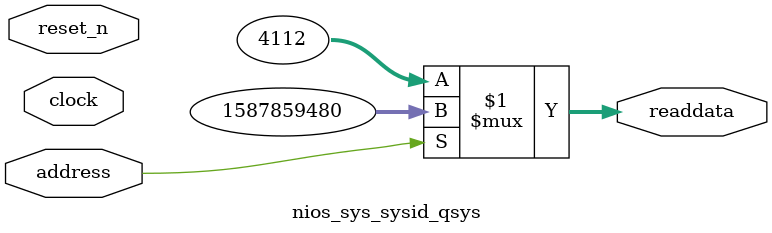
<source format=v>



// synthesis translate_off
`timescale 1ns / 1ps
// synthesis translate_on

// turn off superfluous verilog processor warnings 
// altera message_level Level1 
// altera message_off 10034 10035 10036 10037 10230 10240 10030 

module nios_sys_sysid_qsys (
               // inputs:
                address,
                clock,
                reset_n,

               // outputs:
                readdata
             )
;

  output  [ 31: 0] readdata;
  input            address;
  input            clock;
  input            reset_n;

  wire    [ 31: 0] readdata;
  //control_slave, which is an e_avalon_slave
  assign readdata = address ? 1587859480 : 4112;

endmodule



</source>
